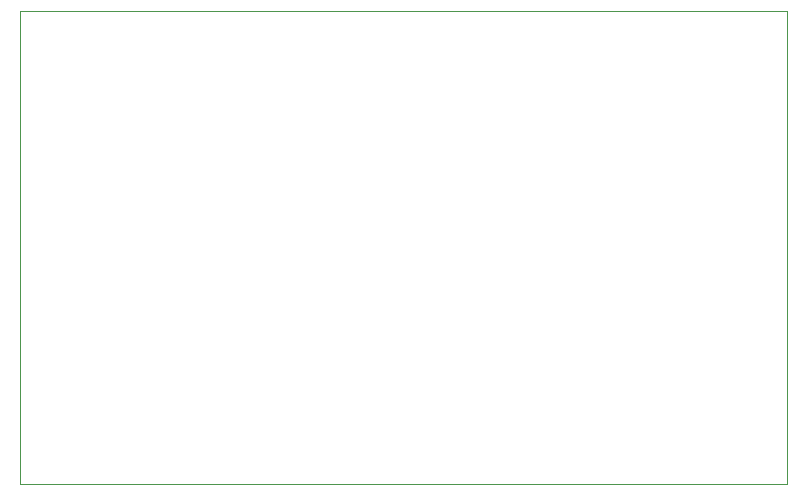
<source format=gbr>
%TF.GenerationSoftware,KiCad,Pcbnew,9.0.4*%
%TF.CreationDate,2025-09-19T12:57:54-07:00*%
%TF.ProjectId,USBCAN-X2,55534243-414e-42d5-9832-2e6b69636164,rev?*%
%TF.SameCoordinates,Original*%
%TF.FileFunction,Profile,NP*%
%FSLAX46Y46*%
G04 Gerber Fmt 4.6, Leading zero omitted, Abs format (unit mm)*
G04 Created by KiCad (PCBNEW 9.0.4) date 2025-09-19 12:57:54*
%MOMM*%
%LPD*%
G01*
G04 APERTURE LIST*
%TA.AperFunction,Profile*%
%ADD10C,0.050000*%
%TD*%
G04 APERTURE END LIST*
D10*
X125000000Y-85000000D02*
X190000000Y-85000000D01*
X190000000Y-125000000D01*
X125000000Y-125000000D01*
X125000000Y-85000000D01*
M02*

</source>
